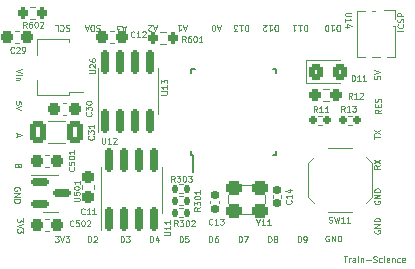
<source format=gbr>
%TF.GenerationSoftware,KiCad,Pcbnew,(6.0.4)*%
%TF.CreationDate,2023-01-22T23:07:16+01:00*%
%TF.ProjectId,panelController,70616e65-6c43-46f6-9e74-726f6c6c6572,rev?*%
%TF.SameCoordinates,Original*%
%TF.FileFunction,Legend,Top*%
%TF.FilePolarity,Positive*%
%FSLAX46Y46*%
G04 Gerber Fmt 4.6, Leading zero omitted, Abs format (unit mm)*
G04 Created by KiCad (PCBNEW (6.0.4)) date 2023-01-22 23:07:16*
%MOMM*%
%LPD*%
G01*
G04 APERTURE LIST*
G04 Aperture macros list*
%AMRoundRect*
0 Rectangle with rounded corners*
0 $1 Rounding radius*
0 $2 $3 $4 $5 $6 $7 $8 $9 X,Y pos of 4 corners*
0 Add a 4 corners polygon primitive as box body*
4,1,4,$2,$3,$4,$5,$6,$7,$8,$9,$2,$3,0*
0 Add four circle primitives for the rounded corners*
1,1,$1+$1,$2,$3*
1,1,$1+$1,$4,$5*
1,1,$1+$1,$6,$7*
1,1,$1+$1,$8,$9*
0 Add four rect primitives between the rounded corners*
20,1,$1+$1,$2,$3,$4,$5,0*
20,1,$1+$1,$4,$5,$6,$7,0*
20,1,$1+$1,$6,$7,$8,$9,0*
20,1,$1+$1,$8,$9,$2,$3,0*%
%AMFreePoly0*
4,1,9,3.862500,-0.866500,0.737500,-0.866500,0.737500,-0.450000,-0.737500,-0.450000,-0.737500,0.450000,0.737500,0.450000,0.737500,0.866500,3.862500,0.866500,3.862500,-0.866500,3.862500,-0.866500,$1*%
G04 Aperture macros list end*
%ADD10C,0.075000*%
%ADD11C,0.120000*%
%ADD12C,0.150000*%
%ADD13RoundRect,0.237500X-0.300000X-0.237500X0.300000X-0.237500X0.300000X0.237500X-0.300000X0.237500X0*%
%ADD14RoundRect,0.135000X0.135000X0.185000X-0.135000X0.185000X-0.135000X-0.185000X0.135000X-0.185000X0*%
%ADD15C,1.000000*%
%ADD16R,1.300000X2.000000*%
%ADD17RoundRect,0.155000X-0.155000X0.212500X-0.155000X-0.212500X0.155000X-0.212500X0.155000X0.212500X0*%
%ADD18RoundRect,0.237500X-0.250000X-0.237500X0.250000X-0.237500X0.250000X0.237500X-0.250000X0.237500X0*%
%ADD19RoundRect,0.237500X-0.237500X0.300000X-0.237500X-0.300000X0.237500X-0.300000X0.237500X0.300000X0*%
%ADD20R,0.550000X1.600000*%
%ADD21R,1.600000X0.550000*%
%ADD22R,1.300000X0.900000*%
%ADD23FreePoly0,180.000000*%
%ADD24RoundRect,0.150000X0.150000X-0.825000X0.150000X0.825000X-0.150000X0.825000X-0.150000X-0.825000X0*%
%ADD25RoundRect,0.250000X0.412500X0.650000X-0.412500X0.650000X-0.412500X-0.650000X0.412500X-0.650000X0*%
%ADD26R,1.000000X1.000000*%
%ADD27O,1.000000X1.000000*%
%ADD28RoundRect,0.237500X0.300000X0.237500X-0.300000X0.237500X-0.300000X-0.237500X0.300000X-0.237500X0*%
%ADD29RoundRect,0.155000X0.155000X-0.212500X0.155000X0.212500X-0.155000X0.212500X-0.155000X-0.212500X0*%
%ADD30RoundRect,0.200000X0.200000X0.275000X-0.200000X0.275000X-0.200000X-0.275000X0.200000X-0.275000X0*%
%ADD31RoundRect,0.160000X-0.197500X-0.160000X0.197500X-0.160000X0.197500X0.160000X-0.197500X0.160000X0*%
%ADD32RoundRect,0.160000X0.197500X0.160000X-0.197500X0.160000X-0.197500X-0.160000X0.197500X-0.160000X0*%
%ADD33R,2.000000X1.300000*%
%ADD34RoundRect,0.200000X-0.200000X-0.275000X0.200000X-0.275000X0.200000X0.275000X-0.200000X0.275000X0*%
%ADD35R,1.100000X1.800000*%
%ADD36RoundRect,0.250000X-0.325000X-0.450000X0.325000X-0.450000X0.325000X0.450000X-0.325000X0.450000X0*%
%ADD37RoundRect,0.300000X-0.400000X-0.300000X0.400000X-0.300000X0.400000X0.300000X-0.400000X0.300000X0*%
%ADD38RoundRect,0.150000X-0.587500X-0.150000X0.587500X-0.150000X0.587500X0.150000X-0.587500X0.150000X0*%
G04 APERTURE END LIST*
D10*
X155957152Y-109268390D02*
X155957152Y-108768390D01*
X156076200Y-108768390D01*
X156147628Y-108792200D01*
X156195247Y-108839819D01*
X156219057Y-108887438D01*
X156242866Y-108982676D01*
X156242866Y-109054104D01*
X156219057Y-109149342D01*
X156195247Y-109196961D01*
X156147628Y-109244580D01*
X156076200Y-109268390D01*
X155957152Y-109268390D01*
X156695247Y-108768390D02*
X156457152Y-108768390D01*
X156433342Y-109006485D01*
X156457152Y-108982676D01*
X156504771Y-108958866D01*
X156623819Y-108958866D01*
X156671438Y-108982676D01*
X156695247Y-109006485D01*
X156719057Y-109054104D01*
X156719057Y-109173152D01*
X156695247Y-109220771D01*
X156671438Y-109244580D01*
X156623819Y-109268390D01*
X156504771Y-109268390D01*
X156457152Y-109244580D01*
X156433342Y-109220771D01*
X142590009Y-94611095D02*
X142090009Y-94777761D01*
X142590009Y-94944428D01*
X142090009Y-95111095D02*
X142423342Y-95111095D01*
X142590009Y-95111095D02*
X142566200Y-95087285D01*
X142542390Y-95111095D01*
X142566200Y-95134904D01*
X142590009Y-95111095D01*
X142542390Y-95111095D01*
X142423342Y-95349190D02*
X142090009Y-95349190D01*
X142375723Y-95349190D02*
X142399533Y-95373000D01*
X142423342Y-95420619D01*
X142423342Y-95492047D01*
X142399533Y-95539666D01*
X142351914Y-95563476D01*
X142090009Y-95563476D01*
X164267142Y-90896809D02*
X164267142Y-91396809D01*
X164148095Y-91396809D01*
X164076666Y-91373000D01*
X164029047Y-91325380D01*
X164005238Y-91277761D01*
X163981428Y-91182523D01*
X163981428Y-91111095D01*
X164005238Y-91015857D01*
X164029047Y-90968238D01*
X164076666Y-90920619D01*
X164148095Y-90896809D01*
X164267142Y-90896809D01*
X163505238Y-90896809D02*
X163790952Y-90896809D01*
X163648095Y-90896809D02*
X163648095Y-91396809D01*
X163695714Y-91325380D01*
X163743333Y-91277761D01*
X163790952Y-91253952D01*
X163314761Y-91349190D02*
X163290952Y-91373000D01*
X163243333Y-91396809D01*
X163124285Y-91396809D01*
X163076666Y-91373000D01*
X163052857Y-91349190D01*
X163029047Y-91301571D01*
X163029047Y-91253952D01*
X163052857Y-91182523D01*
X163338571Y-90896809D01*
X163029047Y-90896809D01*
X172444590Y-100528552D02*
X172444590Y-100242838D01*
X172944590Y-100385695D02*
X172444590Y-100385695D01*
X172444590Y-100123790D02*
X172944590Y-99790457D01*
X172444590Y-99790457D02*
X172944590Y-100123790D01*
X169517142Y-90896809D02*
X169517142Y-91396809D01*
X169398095Y-91396809D01*
X169326666Y-91373000D01*
X169279047Y-91325380D01*
X169255238Y-91277761D01*
X169231428Y-91182523D01*
X169231428Y-91111095D01*
X169255238Y-91015857D01*
X169279047Y-90968238D01*
X169326666Y-90920619D01*
X169398095Y-90896809D01*
X169517142Y-90896809D01*
X168755238Y-90896809D02*
X169040952Y-90896809D01*
X168898095Y-90896809D02*
X168898095Y-91396809D01*
X168945714Y-91325380D01*
X168993333Y-91277761D01*
X169040952Y-91253952D01*
X168445714Y-91396809D02*
X168398095Y-91396809D01*
X168350476Y-91373000D01*
X168326666Y-91349190D01*
X168302857Y-91301571D01*
X168279047Y-91206333D01*
X168279047Y-91087285D01*
X168302857Y-90992047D01*
X168326666Y-90944428D01*
X168350476Y-90920619D01*
X168398095Y-90896809D01*
X168445714Y-90896809D01*
X168493333Y-90920619D01*
X168517142Y-90944428D01*
X168540952Y-90992047D01*
X168564761Y-91087285D01*
X168564761Y-91206333D01*
X168540952Y-91301571D01*
X168517142Y-91349190D01*
X168493333Y-91373000D01*
X168445714Y-91396809D01*
X156519376Y-91047869D02*
X156281281Y-91047869D01*
X156566995Y-90905012D02*
X156400329Y-91405012D01*
X156233662Y-90905012D01*
X155805091Y-90905012D02*
X156090805Y-90905012D01*
X155947948Y-90905012D02*
X155947948Y-91405012D01*
X155995567Y-91333583D01*
X156043186Y-91285964D01*
X156090805Y-91262155D01*
X149177542Y-90920619D02*
X149106114Y-90896809D01*
X148987066Y-90896809D01*
X148939447Y-90920619D01*
X148915638Y-90944428D01*
X148891828Y-90992047D01*
X148891828Y-91039666D01*
X148915638Y-91087285D01*
X148939447Y-91111095D01*
X148987066Y-91134904D01*
X149082304Y-91158714D01*
X149129923Y-91182523D01*
X149153733Y-91206333D01*
X149177542Y-91253952D01*
X149177542Y-91301571D01*
X149153733Y-91349190D01*
X149129923Y-91373000D01*
X149082304Y-91396809D01*
X148963257Y-91396809D01*
X148891828Y-91373000D01*
X148677542Y-90896809D02*
X148677542Y-91396809D01*
X148558495Y-91396809D01*
X148487066Y-91373000D01*
X148439447Y-91325380D01*
X148415638Y-91277761D01*
X148391828Y-91182523D01*
X148391828Y-91111095D01*
X148415638Y-91015857D01*
X148439447Y-90968238D01*
X148487066Y-90920619D01*
X148558495Y-90896809D01*
X148677542Y-90896809D01*
X148201352Y-91039666D02*
X147963257Y-91039666D01*
X148248971Y-90896809D02*
X148082304Y-91396809D01*
X147915638Y-90896809D01*
X172446190Y-95192838D02*
X172446190Y-95430933D01*
X172684285Y-95454742D01*
X172660476Y-95430933D01*
X172636666Y-95383314D01*
X172636666Y-95264266D01*
X172660476Y-95216647D01*
X172684285Y-95192838D01*
X172731904Y-95169028D01*
X172850952Y-95169028D01*
X172898571Y-95192838D01*
X172922380Y-95216647D01*
X172946190Y-95264266D01*
X172946190Y-95383314D01*
X172922380Y-95430933D01*
X172898571Y-95454742D01*
X172446190Y-95026171D02*
X172946190Y-94859504D01*
X172446190Y-94692838D01*
X160954918Y-109260187D02*
X160954918Y-108760187D01*
X161073966Y-108760187D01*
X161145394Y-108783997D01*
X161193013Y-108831616D01*
X161216823Y-108879235D01*
X161240632Y-108974473D01*
X161240632Y-109045901D01*
X161216823Y-109141139D01*
X161193013Y-109188758D01*
X161145394Y-109236377D01*
X161073966Y-109260187D01*
X160954918Y-109260187D01*
X161407299Y-108760187D02*
X161740632Y-108760187D01*
X161526346Y-109260187D01*
X172994590Y-98057123D02*
X172756495Y-98223790D01*
X172994590Y-98342838D02*
X172494590Y-98342838D01*
X172494590Y-98152361D01*
X172518400Y-98104742D01*
X172542209Y-98080933D01*
X172589828Y-98057123D01*
X172661257Y-98057123D01*
X172708876Y-98080933D01*
X172732685Y-98104742D01*
X172756495Y-98152361D01*
X172756495Y-98342838D01*
X172732685Y-97842838D02*
X172732685Y-97676171D01*
X172994590Y-97604742D02*
X172994590Y-97842838D01*
X172494590Y-97842838D01*
X172494590Y-97604742D01*
X172970780Y-97414266D02*
X172994590Y-97342838D01*
X172994590Y-97223790D01*
X172970780Y-97176171D01*
X172946971Y-97152361D01*
X172899352Y-97128552D01*
X172851733Y-97128552D01*
X172804114Y-97152361D01*
X172780304Y-97176171D01*
X172756495Y-97223790D01*
X172732685Y-97319028D01*
X172708876Y-97366647D01*
X172685066Y-97390457D01*
X172637447Y-97414266D01*
X172589828Y-97414266D01*
X172542209Y-97390457D01*
X172518400Y-97366647D01*
X172494590Y-97319028D01*
X172494590Y-97199980D01*
X172518400Y-97128552D01*
X159395742Y-91039666D02*
X159157647Y-91039666D01*
X159443361Y-90896809D02*
X159276695Y-91396809D01*
X159110028Y-90896809D01*
X158848123Y-91396809D02*
X158800504Y-91396809D01*
X158752885Y-91373000D01*
X158729076Y-91349190D01*
X158705266Y-91301571D01*
X158681457Y-91206333D01*
X158681457Y-91087285D01*
X158705266Y-90992047D01*
X158729076Y-90944428D01*
X158752885Y-90920619D01*
X158800504Y-90896809D01*
X158848123Y-90896809D01*
X158895742Y-90920619D01*
X158919552Y-90944428D01*
X158943361Y-90992047D01*
X158967171Y-91087285D01*
X158967171Y-91206333D01*
X158943361Y-91301571D01*
X158919552Y-91349190D01*
X158895742Y-91373000D01*
X158848123Y-91396809D01*
X148207152Y-109268390D02*
X148207152Y-108768390D01*
X148326200Y-108768390D01*
X148397628Y-108792200D01*
X148445247Y-108839819D01*
X148469057Y-108887438D01*
X148492866Y-108982676D01*
X148492866Y-109054104D01*
X148469057Y-109149342D01*
X148445247Y-109196961D01*
X148397628Y-109244580D01*
X148326200Y-109268390D01*
X148207152Y-109268390D01*
X148683342Y-108816009D02*
X148707152Y-108792200D01*
X148754771Y-108768390D01*
X148873819Y-108768390D01*
X148921438Y-108792200D01*
X148945247Y-108816009D01*
X148969057Y-108863628D01*
X148969057Y-108911247D01*
X148945247Y-108982676D01*
X148659533Y-109268390D01*
X148969057Y-109268390D01*
X153457152Y-109268390D02*
X153457152Y-108768390D01*
X153576200Y-108768390D01*
X153647628Y-108792200D01*
X153695247Y-108839819D01*
X153719057Y-108887438D01*
X153742866Y-108982676D01*
X153742866Y-109054104D01*
X153719057Y-109149342D01*
X153695247Y-109196961D01*
X153647628Y-109244580D01*
X153576200Y-109268390D01*
X153457152Y-109268390D01*
X154171438Y-108935057D02*
X154171438Y-109268390D01*
X154052390Y-108744580D02*
X153933342Y-109101723D01*
X154242866Y-109101723D01*
X142564609Y-97618561D02*
X142564609Y-97380466D01*
X142326514Y-97356657D01*
X142350323Y-97380466D01*
X142374133Y-97428085D01*
X142374133Y-97547133D01*
X142350323Y-97594752D01*
X142326514Y-97618561D01*
X142278895Y-97642371D01*
X142159847Y-97642371D01*
X142112228Y-97618561D01*
X142088419Y-97594752D01*
X142064609Y-97547133D01*
X142064609Y-97428085D01*
X142088419Y-97380466D01*
X142112228Y-97356657D01*
X142564609Y-97785228D02*
X142064609Y-97951895D01*
X142564609Y-98118561D01*
X145405552Y-108768390D02*
X145715076Y-108768390D01*
X145548409Y-108958866D01*
X145619838Y-108958866D01*
X145667457Y-108982676D01*
X145691266Y-109006485D01*
X145715076Y-109054104D01*
X145715076Y-109173152D01*
X145691266Y-109220771D01*
X145667457Y-109244580D01*
X145619838Y-109268390D01*
X145476980Y-109268390D01*
X145429361Y-109244580D01*
X145405552Y-109220771D01*
X145857933Y-108768390D02*
X146024600Y-109268390D01*
X146191266Y-108768390D01*
X146310314Y-108768390D02*
X146619838Y-108768390D01*
X146453171Y-108958866D01*
X146524600Y-108958866D01*
X146572219Y-108982676D01*
X146596028Y-109006485D01*
X146619838Y-109054104D01*
X146619838Y-109173152D01*
X146596028Y-109220771D01*
X146572219Y-109244580D01*
X146524600Y-109268390D01*
X146381742Y-109268390D01*
X146334123Y-109244580D01*
X146310314Y-109220771D01*
X169846952Y-110470190D02*
X170132666Y-110470190D01*
X169989809Y-110970190D02*
X169989809Y-110470190D01*
X170299333Y-110970190D02*
X170299333Y-110636857D01*
X170299333Y-110732095D02*
X170323142Y-110684476D01*
X170346952Y-110660666D01*
X170394571Y-110636857D01*
X170442190Y-110636857D01*
X170823142Y-110970190D02*
X170823142Y-110708285D01*
X170799333Y-110660666D01*
X170751714Y-110636857D01*
X170656476Y-110636857D01*
X170608857Y-110660666D01*
X170823142Y-110946380D02*
X170775523Y-110970190D01*
X170656476Y-110970190D01*
X170608857Y-110946380D01*
X170585047Y-110898761D01*
X170585047Y-110851142D01*
X170608857Y-110803523D01*
X170656476Y-110779714D01*
X170775523Y-110779714D01*
X170823142Y-110755904D01*
X171061238Y-110970190D02*
X171061238Y-110636857D01*
X171061238Y-110470190D02*
X171037428Y-110494000D01*
X171061238Y-110517809D01*
X171085047Y-110494000D01*
X171061238Y-110470190D01*
X171061238Y-110517809D01*
X171299333Y-110636857D02*
X171299333Y-110970190D01*
X171299333Y-110684476D02*
X171323142Y-110660666D01*
X171370761Y-110636857D01*
X171442190Y-110636857D01*
X171489809Y-110660666D01*
X171513619Y-110708285D01*
X171513619Y-110970190D01*
X171751714Y-110779714D02*
X172132666Y-110779714D01*
X172346952Y-110946380D02*
X172418380Y-110970190D01*
X172537428Y-110970190D01*
X172585047Y-110946380D01*
X172608857Y-110922571D01*
X172632666Y-110874952D01*
X172632666Y-110827333D01*
X172608857Y-110779714D01*
X172585047Y-110755904D01*
X172537428Y-110732095D01*
X172442190Y-110708285D01*
X172394571Y-110684476D01*
X172370761Y-110660666D01*
X172346952Y-110613047D01*
X172346952Y-110565428D01*
X172370761Y-110517809D01*
X172394571Y-110494000D01*
X172442190Y-110470190D01*
X172561238Y-110470190D01*
X172632666Y-110494000D01*
X173061238Y-110946380D02*
X173013619Y-110970190D01*
X172918380Y-110970190D01*
X172870761Y-110946380D01*
X172846952Y-110922571D01*
X172823142Y-110874952D01*
X172823142Y-110732095D01*
X172846952Y-110684476D01*
X172870761Y-110660666D01*
X172918380Y-110636857D01*
X173013619Y-110636857D01*
X173061238Y-110660666D01*
X173275523Y-110970190D02*
X173275523Y-110636857D01*
X173275523Y-110470190D02*
X173251714Y-110494000D01*
X173275523Y-110517809D01*
X173299333Y-110494000D01*
X173275523Y-110470190D01*
X173275523Y-110517809D01*
X173704095Y-110946380D02*
X173656476Y-110970190D01*
X173561238Y-110970190D01*
X173513619Y-110946380D01*
X173489809Y-110898761D01*
X173489809Y-110708285D01*
X173513619Y-110660666D01*
X173561238Y-110636857D01*
X173656476Y-110636857D01*
X173704095Y-110660666D01*
X173727904Y-110708285D01*
X173727904Y-110755904D01*
X173489809Y-110803523D01*
X173942190Y-110636857D02*
X173942190Y-110970190D01*
X173942190Y-110684476D02*
X173966000Y-110660666D01*
X174013619Y-110636857D01*
X174085047Y-110636857D01*
X174132666Y-110660666D01*
X174156476Y-110708285D01*
X174156476Y-110970190D01*
X174608857Y-110946380D02*
X174561238Y-110970190D01*
X174466000Y-110970190D01*
X174418380Y-110946380D01*
X174394571Y-110922571D01*
X174370761Y-110874952D01*
X174370761Y-110732095D01*
X174394571Y-110684476D01*
X174418380Y-110660666D01*
X174466000Y-110636857D01*
X174561238Y-110636857D01*
X174608857Y-110660666D01*
X175013619Y-110946380D02*
X174966000Y-110970190D01*
X174870761Y-110970190D01*
X174823142Y-110946380D01*
X174799333Y-110898761D01*
X174799333Y-110708285D01*
X174823142Y-110660666D01*
X174870761Y-110636857D01*
X174966000Y-110636857D01*
X175013619Y-110660666D01*
X175037428Y-110708285D01*
X175037428Y-110755904D01*
X174799333Y-110803523D01*
X166767142Y-90896809D02*
X166767142Y-91396809D01*
X166648095Y-91396809D01*
X166576666Y-91373000D01*
X166529047Y-91325380D01*
X166505238Y-91277761D01*
X166481428Y-91182523D01*
X166481428Y-91111095D01*
X166505238Y-91015857D01*
X166529047Y-90968238D01*
X166576666Y-90920619D01*
X166648095Y-90896809D01*
X166767142Y-90896809D01*
X166005238Y-90896809D02*
X166290952Y-90896809D01*
X166148095Y-90896809D02*
X166148095Y-91396809D01*
X166195714Y-91325380D01*
X166243333Y-91277761D01*
X166290952Y-91253952D01*
X165529047Y-90896809D02*
X165814761Y-90896809D01*
X165671904Y-90896809D02*
X165671904Y-91396809D01*
X165719523Y-91325380D01*
X165767142Y-91277761D01*
X165814761Y-91253952D01*
X174901990Y-91365295D02*
X174401990Y-91365295D01*
X174854371Y-90841485D02*
X174878180Y-90865295D01*
X174901990Y-90936723D01*
X174901990Y-90984342D01*
X174878180Y-91055771D01*
X174830561Y-91103390D01*
X174782942Y-91127200D01*
X174687704Y-91151009D01*
X174616276Y-91151009D01*
X174521038Y-91127200D01*
X174473419Y-91103390D01*
X174425800Y-91055771D01*
X174401990Y-90984342D01*
X174401990Y-90936723D01*
X174425800Y-90865295D01*
X174449609Y-90841485D01*
X174878180Y-90651009D02*
X174901990Y-90579580D01*
X174901990Y-90460533D01*
X174878180Y-90412914D01*
X174854371Y-90389104D01*
X174806752Y-90365295D01*
X174759133Y-90365295D01*
X174711514Y-90389104D01*
X174687704Y-90412914D01*
X174663895Y-90460533D01*
X174640085Y-90555771D01*
X174616276Y-90603390D01*
X174592466Y-90627200D01*
X174544847Y-90651009D01*
X174497228Y-90651009D01*
X174449609Y-90627200D01*
X174425800Y-90603390D01*
X174401990Y-90555771D01*
X174401990Y-90436723D01*
X174425800Y-90365295D01*
X174901990Y-90151009D02*
X174401990Y-90151009D01*
X174401990Y-89960533D01*
X174425800Y-89912914D01*
X174449609Y-89889104D01*
X174497228Y-89865295D01*
X174568657Y-89865295D01*
X174616276Y-89889104D01*
X174640085Y-89912914D01*
X174663895Y-89960533D01*
X174663895Y-90151009D01*
X163457152Y-109268390D02*
X163457152Y-108768390D01*
X163576200Y-108768390D01*
X163647628Y-108792200D01*
X163695247Y-108839819D01*
X163719057Y-108887438D01*
X163742866Y-108982676D01*
X163742866Y-109054104D01*
X163719057Y-109149342D01*
X163695247Y-109196961D01*
X163647628Y-109244580D01*
X163576200Y-109268390D01*
X163457152Y-109268390D01*
X164028580Y-108982676D02*
X163980961Y-108958866D01*
X163957152Y-108935057D01*
X163933342Y-108887438D01*
X163933342Y-108863628D01*
X163957152Y-108816009D01*
X163980961Y-108792200D01*
X164028580Y-108768390D01*
X164123819Y-108768390D01*
X164171438Y-108792200D01*
X164195247Y-108816009D01*
X164219057Y-108863628D01*
X164219057Y-108887438D01*
X164195247Y-108935057D01*
X164171438Y-108958866D01*
X164123819Y-108982676D01*
X164028580Y-108982676D01*
X163980961Y-109006485D01*
X163957152Y-109030295D01*
X163933342Y-109077914D01*
X163933342Y-109173152D01*
X163957152Y-109220771D01*
X163980961Y-109244580D01*
X164028580Y-109268390D01*
X164123819Y-109268390D01*
X164171438Y-109244580D01*
X164195247Y-109220771D01*
X164219057Y-109173152D01*
X164219057Y-109077914D01*
X164195247Y-109030295D01*
X164171438Y-109006485D01*
X164123819Y-108982676D01*
X161767142Y-90896809D02*
X161767142Y-91396809D01*
X161648095Y-91396809D01*
X161576666Y-91373000D01*
X161529047Y-91325380D01*
X161505238Y-91277761D01*
X161481428Y-91182523D01*
X161481428Y-91111095D01*
X161505238Y-91015857D01*
X161529047Y-90968238D01*
X161576666Y-90920619D01*
X161648095Y-90896809D01*
X161767142Y-90896809D01*
X161005238Y-90896809D02*
X161290952Y-90896809D01*
X161148095Y-90896809D02*
X161148095Y-91396809D01*
X161195714Y-91325380D01*
X161243333Y-91277761D01*
X161290952Y-91253952D01*
X160838571Y-91396809D02*
X160529047Y-91396809D01*
X160695714Y-91206333D01*
X160624285Y-91206333D01*
X160576666Y-91182523D01*
X160552857Y-91158714D01*
X160529047Y-91111095D01*
X160529047Y-90992047D01*
X160552857Y-90944428D01*
X160576666Y-90920619D01*
X160624285Y-90896809D01*
X160767142Y-90896809D01*
X160814761Y-90920619D01*
X160838571Y-90944428D01*
X158457152Y-109268390D02*
X158457152Y-108768390D01*
X158576200Y-108768390D01*
X158647628Y-108792200D01*
X158695247Y-108839819D01*
X158719057Y-108887438D01*
X158742866Y-108982676D01*
X158742866Y-109054104D01*
X158719057Y-109149342D01*
X158695247Y-109196961D01*
X158647628Y-109244580D01*
X158576200Y-109268390D01*
X158457152Y-109268390D01*
X159171438Y-108768390D02*
X159076200Y-108768390D01*
X159028580Y-108792200D01*
X159004771Y-108816009D01*
X158957152Y-108887438D01*
X158933342Y-108982676D01*
X158933342Y-109173152D01*
X158957152Y-109220771D01*
X158980961Y-109244580D01*
X159028580Y-109268390D01*
X159123819Y-109268390D01*
X159171438Y-109244580D01*
X159195247Y-109220771D01*
X159219057Y-109173152D01*
X159219057Y-109054104D01*
X159195247Y-109006485D01*
X159171438Y-108982676D01*
X159123819Y-108958866D01*
X159028580Y-108958866D01*
X158980961Y-108982676D01*
X158957152Y-109006485D01*
X158933342Y-109054104D01*
X172894590Y-102780933D02*
X172656495Y-102947600D01*
X172894590Y-103066647D02*
X172394590Y-103066647D01*
X172394590Y-102876171D01*
X172418400Y-102828552D01*
X172442209Y-102804742D01*
X172489828Y-102780933D01*
X172561257Y-102780933D01*
X172608876Y-102804742D01*
X172632685Y-102828552D01*
X172656495Y-102876171D01*
X172656495Y-103066647D01*
X172394590Y-102614266D02*
X172894590Y-102280933D01*
X172394590Y-102280933D02*
X172894590Y-102614266D01*
X165957152Y-109268390D02*
X165957152Y-108768390D01*
X166076200Y-108768390D01*
X166147628Y-108792200D01*
X166195247Y-108839819D01*
X166219057Y-108887438D01*
X166242866Y-108982676D01*
X166242866Y-109054104D01*
X166219057Y-109149342D01*
X166195247Y-109196961D01*
X166147628Y-109244580D01*
X166076200Y-109268390D01*
X165957152Y-109268390D01*
X166480961Y-109268390D02*
X166576200Y-109268390D01*
X166623819Y-109244580D01*
X166647628Y-109220771D01*
X166695247Y-109149342D01*
X166719057Y-109054104D01*
X166719057Y-108863628D01*
X166695247Y-108816009D01*
X166671438Y-108792200D01*
X166623819Y-108768390D01*
X166528580Y-108768390D01*
X166480961Y-108792200D01*
X166457152Y-108816009D01*
X166433342Y-108863628D01*
X166433342Y-108982676D01*
X166457152Y-109030295D01*
X166480961Y-109054104D01*
X166528580Y-109077914D01*
X166623819Y-109077914D01*
X166671438Y-109054104D01*
X166695247Y-109030295D01*
X166719057Y-108982676D01*
X172470000Y-108280152D02*
X172446190Y-108327771D01*
X172446190Y-108399200D01*
X172470000Y-108470628D01*
X172517619Y-108518247D01*
X172565238Y-108542057D01*
X172660476Y-108565866D01*
X172731904Y-108565866D01*
X172827142Y-108542057D01*
X172874761Y-108518247D01*
X172922380Y-108470628D01*
X172946190Y-108399200D01*
X172946190Y-108351580D01*
X172922380Y-108280152D01*
X172898571Y-108256342D01*
X172731904Y-108256342D01*
X172731904Y-108351580D01*
X172946190Y-108042057D02*
X172446190Y-108042057D01*
X172946190Y-107756342D01*
X172446190Y-107756342D01*
X172946190Y-107518247D02*
X172446190Y-107518247D01*
X172446190Y-107399200D01*
X172470000Y-107327771D01*
X172517619Y-107280152D01*
X172565238Y-107256342D01*
X172660476Y-107232533D01*
X172731904Y-107232533D01*
X172827142Y-107256342D01*
X172874761Y-107280152D01*
X172922380Y-107327771D01*
X172946190Y-107399200D01*
X172946190Y-107518247D01*
X142690009Y-107259352D02*
X142690009Y-107568876D01*
X142499533Y-107402209D01*
X142499533Y-107473638D01*
X142475723Y-107521257D01*
X142451914Y-107545066D01*
X142404295Y-107568876D01*
X142285247Y-107568876D01*
X142237628Y-107545066D01*
X142213819Y-107521257D01*
X142190009Y-107473638D01*
X142190009Y-107330780D01*
X142213819Y-107283161D01*
X142237628Y-107259352D01*
X142690009Y-107711733D02*
X142190009Y-107878400D01*
X142690009Y-108045066D01*
X142690009Y-108164114D02*
X142690009Y-108473638D01*
X142499533Y-108306971D01*
X142499533Y-108378400D01*
X142475723Y-108426019D01*
X142451914Y-108449828D01*
X142404295Y-108473638D01*
X142285247Y-108473638D01*
X142237628Y-108449828D01*
X142213819Y-108426019D01*
X142190009Y-108378400D01*
X142190009Y-108235542D01*
X142213819Y-108187923D01*
X142237628Y-108164114D01*
X146625638Y-90907419D02*
X146554209Y-90883609D01*
X146435161Y-90883609D01*
X146387542Y-90907419D01*
X146363733Y-90931228D01*
X146339923Y-90978847D01*
X146339923Y-91026466D01*
X146363733Y-91074085D01*
X146387542Y-91097895D01*
X146435161Y-91121704D01*
X146530400Y-91145514D01*
X146578019Y-91169323D01*
X146601828Y-91193133D01*
X146625638Y-91240752D01*
X146625638Y-91288371D01*
X146601828Y-91335990D01*
X146578019Y-91359800D01*
X146530400Y-91383609D01*
X146411352Y-91383609D01*
X146339923Y-91359800D01*
X145839923Y-90931228D02*
X145863733Y-90907419D01*
X145935161Y-90883609D01*
X145982780Y-90883609D01*
X146054209Y-90907419D01*
X146101828Y-90955038D01*
X146125638Y-91002657D01*
X146149447Y-91097895D01*
X146149447Y-91169323D01*
X146125638Y-91264561D01*
X146101828Y-91312180D01*
X146054209Y-91359800D01*
X145982780Y-91383609D01*
X145935161Y-91383609D01*
X145863733Y-91359800D01*
X145839923Y-91335990D01*
X145387542Y-90883609D02*
X145625638Y-90883609D01*
X145625638Y-91383609D01*
X154017142Y-91039666D02*
X153779047Y-91039666D01*
X154064761Y-90896809D02*
X153898095Y-91396809D01*
X153731428Y-90896809D01*
X153588571Y-91349190D02*
X153564761Y-91373000D01*
X153517142Y-91396809D01*
X153398095Y-91396809D01*
X153350476Y-91373000D01*
X153326666Y-91349190D01*
X153302857Y-91301571D01*
X153302857Y-91253952D01*
X153326666Y-91182523D01*
X153612380Y-90896809D01*
X153302857Y-90896809D01*
X172468400Y-105778552D02*
X172444590Y-105826171D01*
X172444590Y-105897600D01*
X172468400Y-105969028D01*
X172516019Y-106016647D01*
X172563638Y-106040457D01*
X172658876Y-106064266D01*
X172730304Y-106064266D01*
X172825542Y-106040457D01*
X172873161Y-106016647D01*
X172920780Y-105969028D01*
X172944590Y-105897600D01*
X172944590Y-105849980D01*
X172920780Y-105778552D01*
X172896971Y-105754742D01*
X172730304Y-105754742D01*
X172730304Y-105849980D01*
X172944590Y-105540457D02*
X172444590Y-105540457D01*
X172944590Y-105254742D01*
X172444590Y-105254742D01*
X172944590Y-105016647D02*
X172444590Y-105016647D01*
X172444590Y-104897600D01*
X172468400Y-104826171D01*
X172516019Y-104778552D01*
X172563638Y-104754742D01*
X172658876Y-104730933D01*
X172730304Y-104730933D01*
X172825542Y-104754742D01*
X172873161Y-104778552D01*
X172920780Y-104826171D01*
X172944590Y-104897600D01*
X172944590Y-105016647D01*
X142416200Y-104897447D02*
X142440009Y-104849828D01*
X142440009Y-104778400D01*
X142416200Y-104706971D01*
X142368580Y-104659352D01*
X142320961Y-104635542D01*
X142225723Y-104611733D01*
X142154295Y-104611733D01*
X142059057Y-104635542D01*
X142011438Y-104659352D01*
X141963819Y-104706971D01*
X141940009Y-104778400D01*
X141940009Y-104826019D01*
X141963819Y-104897447D01*
X141987628Y-104921257D01*
X142154295Y-104921257D01*
X142154295Y-104826019D01*
X141940009Y-105135542D02*
X142440009Y-105135542D01*
X141940009Y-105421257D01*
X142440009Y-105421257D01*
X141940009Y-105659352D02*
X142440009Y-105659352D01*
X142440009Y-105778400D01*
X142416200Y-105849828D01*
X142368580Y-105897447D01*
X142320961Y-105921257D01*
X142225723Y-105945066D01*
X142154295Y-105945066D01*
X142059057Y-105921257D01*
X142011438Y-105897447D01*
X141963819Y-105849828D01*
X141940009Y-105778400D01*
X141940009Y-105659352D01*
X142301914Y-102814114D02*
X142278104Y-102885542D01*
X142254295Y-102909352D01*
X142206676Y-102933161D01*
X142135247Y-102933161D01*
X142087628Y-102909352D01*
X142063819Y-102885542D01*
X142040009Y-102837923D01*
X142040009Y-102647447D01*
X142540009Y-102647447D01*
X142540009Y-102814114D01*
X142516200Y-102861733D01*
X142492390Y-102885542D01*
X142444771Y-102909352D01*
X142397152Y-102909352D01*
X142349533Y-102885542D01*
X142325723Y-102861733D01*
X142301914Y-102814114D01*
X142301914Y-102647447D01*
X150957152Y-109268390D02*
X150957152Y-108768390D01*
X151076200Y-108768390D01*
X151147628Y-108792200D01*
X151195247Y-108839819D01*
X151219057Y-108887438D01*
X151242866Y-108982676D01*
X151242866Y-109054104D01*
X151219057Y-109149342D01*
X151195247Y-109196961D01*
X151147628Y-109244580D01*
X151076200Y-109268390D01*
X150957152Y-109268390D01*
X151409533Y-108768390D02*
X151719057Y-108768390D01*
X151552390Y-108958866D01*
X151623819Y-108958866D01*
X151671438Y-108982676D01*
X151695247Y-109006485D01*
X151719057Y-109054104D01*
X151719057Y-109173152D01*
X151695247Y-109220771D01*
X151671438Y-109244580D01*
X151623819Y-109268390D01*
X151480961Y-109268390D01*
X151433342Y-109244580D01*
X151409533Y-109220771D01*
X142232866Y-100109352D02*
X142232866Y-100347447D01*
X142090009Y-100061733D02*
X142590009Y-100228400D01*
X142090009Y-100395066D01*
X151360142Y-91102666D02*
X151122047Y-91102666D01*
X151407761Y-90959809D02*
X151241095Y-91459809D01*
X151074428Y-90959809D01*
X150955380Y-91459809D02*
X150645857Y-91459809D01*
X150812523Y-91269333D01*
X150741095Y-91269333D01*
X150693476Y-91245523D01*
X150669666Y-91221714D01*
X150645857Y-91174095D01*
X150645857Y-91055047D01*
X150669666Y-91007428D01*
X150693476Y-90983619D01*
X150741095Y-90959809D01*
X150883952Y-90959809D01*
X150931571Y-90983619D01*
X150955380Y-91007428D01*
X168595247Y-108742200D02*
X168547628Y-108718390D01*
X168476200Y-108718390D01*
X168404771Y-108742200D01*
X168357152Y-108789819D01*
X168333342Y-108837438D01*
X168309533Y-108932676D01*
X168309533Y-109004104D01*
X168333342Y-109099342D01*
X168357152Y-109146961D01*
X168404771Y-109194580D01*
X168476200Y-109218390D01*
X168523819Y-109218390D01*
X168595247Y-109194580D01*
X168619057Y-109170771D01*
X168619057Y-109004104D01*
X168523819Y-109004104D01*
X168833342Y-109218390D02*
X168833342Y-108718390D01*
X169119057Y-109218390D01*
X169119057Y-108718390D01*
X169357152Y-109218390D02*
X169357152Y-108718390D01*
X169476200Y-108718390D01*
X169547628Y-108742200D01*
X169595247Y-108789819D01*
X169619057Y-108837438D01*
X169642866Y-108932676D01*
X169642866Y-109004104D01*
X169619057Y-109099342D01*
X169595247Y-109146961D01*
X169547628Y-109194580D01*
X169476200Y-109218390D01*
X169357152Y-109218390D01*
%TO.C,C502*%
X146963676Y-107874571D02*
X146939866Y-107898380D01*
X146868438Y-107922190D01*
X146820819Y-107922190D01*
X146749390Y-107898380D01*
X146701771Y-107850761D01*
X146677961Y-107803142D01*
X146654152Y-107707904D01*
X146654152Y-107636476D01*
X146677961Y-107541238D01*
X146701771Y-107493619D01*
X146749390Y-107446000D01*
X146820819Y-107422190D01*
X146868438Y-107422190D01*
X146939866Y-107446000D01*
X146963676Y-107469809D01*
X147416057Y-107422190D02*
X147177961Y-107422190D01*
X147154152Y-107660285D01*
X147177961Y-107636476D01*
X147225580Y-107612666D01*
X147344628Y-107612666D01*
X147392247Y-107636476D01*
X147416057Y-107660285D01*
X147439866Y-107707904D01*
X147439866Y-107826952D01*
X147416057Y-107874571D01*
X147392247Y-107898380D01*
X147344628Y-107922190D01*
X147225580Y-107922190D01*
X147177961Y-107898380D01*
X147154152Y-107874571D01*
X147749390Y-107422190D02*
X147797009Y-107422190D01*
X147844628Y-107446000D01*
X147868438Y-107469809D01*
X147892247Y-107517428D01*
X147916057Y-107612666D01*
X147916057Y-107731714D01*
X147892247Y-107826952D01*
X147868438Y-107874571D01*
X147844628Y-107898380D01*
X147797009Y-107922190D01*
X147749390Y-107922190D01*
X147701771Y-107898380D01*
X147677961Y-107874571D01*
X147654152Y-107826952D01*
X147630342Y-107731714D01*
X147630342Y-107612666D01*
X147654152Y-107517428D01*
X147677961Y-107469809D01*
X147701771Y-107446000D01*
X147749390Y-107422190D01*
X148106533Y-107469809D02*
X148130342Y-107446000D01*
X148177961Y-107422190D01*
X148297009Y-107422190D01*
X148344628Y-107446000D01*
X148368438Y-107469809D01*
X148392247Y-107517428D01*
X148392247Y-107565047D01*
X148368438Y-107636476D01*
X148082723Y-107922190D01*
X148392247Y-107922190D01*
%TO.C,R301*%
X157706190Y-106325123D02*
X157468095Y-106491790D01*
X157706190Y-106610838D02*
X157206190Y-106610838D01*
X157206190Y-106420361D01*
X157230000Y-106372742D01*
X157253809Y-106348933D01*
X157301428Y-106325123D01*
X157372857Y-106325123D01*
X157420476Y-106348933D01*
X157444285Y-106372742D01*
X157468095Y-106420361D01*
X157468095Y-106610838D01*
X157206190Y-106158457D02*
X157206190Y-105848933D01*
X157396666Y-106015600D01*
X157396666Y-105944171D01*
X157420476Y-105896552D01*
X157444285Y-105872742D01*
X157491904Y-105848933D01*
X157610952Y-105848933D01*
X157658571Y-105872742D01*
X157682380Y-105896552D01*
X157706190Y-105944171D01*
X157706190Y-106087028D01*
X157682380Y-106134647D01*
X157658571Y-106158457D01*
X157206190Y-105539409D02*
X157206190Y-105491790D01*
X157230000Y-105444171D01*
X157253809Y-105420361D01*
X157301428Y-105396552D01*
X157396666Y-105372742D01*
X157515714Y-105372742D01*
X157610952Y-105396552D01*
X157658571Y-105420361D01*
X157682380Y-105444171D01*
X157706190Y-105491790D01*
X157706190Y-105539409D01*
X157682380Y-105587028D01*
X157658571Y-105610838D01*
X157610952Y-105634647D01*
X157515714Y-105658457D01*
X157396666Y-105658457D01*
X157301428Y-105634647D01*
X157253809Y-105610838D01*
X157230000Y-105587028D01*
X157206190Y-105539409D01*
X157706190Y-104896552D02*
X157706190Y-105182266D01*
X157706190Y-105039409D02*
X157206190Y-105039409D01*
X157277619Y-105087028D01*
X157325238Y-105134647D01*
X157349047Y-105182266D01*
%TO.C,C13*%
X158723571Y-107742571D02*
X158699761Y-107766380D01*
X158628333Y-107790190D01*
X158580714Y-107790190D01*
X158509285Y-107766380D01*
X158461666Y-107718761D01*
X158437857Y-107671142D01*
X158414047Y-107575904D01*
X158414047Y-107504476D01*
X158437857Y-107409238D01*
X158461666Y-107361619D01*
X158509285Y-107314000D01*
X158580714Y-107290190D01*
X158628333Y-107290190D01*
X158699761Y-107314000D01*
X158723571Y-107337809D01*
X159199761Y-107790190D02*
X158914047Y-107790190D01*
X159056904Y-107790190D02*
X159056904Y-107290190D01*
X159009285Y-107361619D01*
X158961666Y-107409238D01*
X158914047Y-107433047D01*
X159366428Y-107290190D02*
X159675952Y-107290190D01*
X159509285Y-107480666D01*
X159580714Y-107480666D01*
X159628333Y-107504476D01*
X159652142Y-107528285D01*
X159675952Y-107575904D01*
X159675952Y-107694952D01*
X159652142Y-107742571D01*
X159628333Y-107766380D01*
X159580714Y-107790190D01*
X159437857Y-107790190D01*
X159390238Y-107766380D01*
X159366428Y-107742571D01*
%TO.C,R303*%
X155548876Y-104162990D02*
X155382209Y-103924895D01*
X155263161Y-104162990D02*
X155263161Y-103662990D01*
X155453638Y-103662990D01*
X155501257Y-103686800D01*
X155525066Y-103710609D01*
X155548876Y-103758228D01*
X155548876Y-103829657D01*
X155525066Y-103877276D01*
X155501257Y-103901085D01*
X155453638Y-103924895D01*
X155263161Y-103924895D01*
X155715542Y-103662990D02*
X156025066Y-103662990D01*
X155858400Y-103853466D01*
X155929828Y-103853466D01*
X155977447Y-103877276D01*
X156001257Y-103901085D01*
X156025066Y-103948704D01*
X156025066Y-104067752D01*
X156001257Y-104115371D01*
X155977447Y-104139180D01*
X155929828Y-104162990D01*
X155786971Y-104162990D01*
X155739352Y-104139180D01*
X155715542Y-104115371D01*
X156334590Y-103662990D02*
X156382209Y-103662990D01*
X156429828Y-103686800D01*
X156453638Y-103710609D01*
X156477447Y-103758228D01*
X156501257Y-103853466D01*
X156501257Y-103972514D01*
X156477447Y-104067752D01*
X156453638Y-104115371D01*
X156429828Y-104139180D01*
X156382209Y-104162990D01*
X156334590Y-104162990D01*
X156286971Y-104139180D01*
X156263161Y-104115371D01*
X156239352Y-104067752D01*
X156215542Y-103972514D01*
X156215542Y-103853466D01*
X156239352Y-103758228D01*
X156263161Y-103710609D01*
X156286971Y-103686800D01*
X156334590Y-103662990D01*
X156667923Y-103662990D02*
X156977447Y-103662990D01*
X156810780Y-103853466D01*
X156882209Y-103853466D01*
X156929828Y-103877276D01*
X156953638Y-103901085D01*
X156977447Y-103948704D01*
X156977447Y-104067752D01*
X156953638Y-104115371D01*
X156929828Y-104139180D01*
X156882209Y-104162990D01*
X156739352Y-104162990D01*
X156691733Y-104139180D01*
X156667923Y-104115371D01*
%TO.C,R12*%
X170544371Y-97127190D02*
X170377704Y-96889095D01*
X170258657Y-97127190D02*
X170258657Y-96627190D01*
X170449133Y-96627190D01*
X170496752Y-96651000D01*
X170520561Y-96674809D01*
X170544371Y-96722428D01*
X170544371Y-96793857D01*
X170520561Y-96841476D01*
X170496752Y-96865285D01*
X170449133Y-96889095D01*
X170258657Y-96889095D01*
X171020561Y-97127190D02*
X170734847Y-97127190D01*
X170877704Y-97127190D02*
X170877704Y-96627190D01*
X170830085Y-96698619D01*
X170782466Y-96746238D01*
X170734847Y-96770047D01*
X171211038Y-96674809D02*
X171234847Y-96651000D01*
X171282466Y-96627190D01*
X171401514Y-96627190D01*
X171449133Y-96651000D01*
X171472942Y-96674809D01*
X171496752Y-96722428D01*
X171496752Y-96770047D01*
X171472942Y-96841476D01*
X171187228Y-97127190D01*
X171496752Y-97127190D01*
%TO.C,C11*%
X147912971Y-106858571D02*
X147889161Y-106882380D01*
X147817733Y-106906190D01*
X147770114Y-106906190D01*
X147698685Y-106882380D01*
X147651066Y-106834761D01*
X147627257Y-106787142D01*
X147603447Y-106691904D01*
X147603447Y-106620476D01*
X147627257Y-106525238D01*
X147651066Y-106477619D01*
X147698685Y-106430000D01*
X147770114Y-106406190D01*
X147817733Y-106406190D01*
X147889161Y-106430000D01*
X147912971Y-106453809D01*
X148389161Y-106906190D02*
X148103447Y-106906190D01*
X148246304Y-106906190D02*
X148246304Y-106406190D01*
X148198685Y-106477619D01*
X148151066Y-106525238D01*
X148103447Y-106549047D01*
X148865352Y-106906190D02*
X148579638Y-106906190D01*
X148722495Y-106906190D02*
X148722495Y-106406190D01*
X148674876Y-106477619D01*
X148627257Y-106525238D01*
X148579638Y-106549047D01*
%TO.C,U13*%
X154412190Y-96783447D02*
X154816952Y-96783447D01*
X154864571Y-96759638D01*
X154888380Y-96735828D01*
X154912190Y-96688209D01*
X154912190Y-96592971D01*
X154888380Y-96545352D01*
X154864571Y-96521542D01*
X154816952Y-96497733D01*
X154412190Y-96497733D01*
X154912190Y-95997733D02*
X154912190Y-96283447D01*
X154912190Y-96140590D02*
X154412190Y-96140590D01*
X154483619Y-96188209D01*
X154531238Y-96235828D01*
X154555047Y-96283447D01*
X154412190Y-95831066D02*
X154412190Y-95521542D01*
X154602666Y-95688209D01*
X154602666Y-95616780D01*
X154626476Y-95569161D01*
X154650285Y-95545352D01*
X154697904Y-95521542D01*
X154816952Y-95521542D01*
X154864571Y-95545352D01*
X154888380Y-95569161D01*
X154912190Y-95616780D01*
X154912190Y-95759638D01*
X154888380Y-95807257D01*
X154864571Y-95831066D01*
%TO.C,U26*%
X148316190Y-94980047D02*
X148720952Y-94980047D01*
X148768571Y-94956238D01*
X148792380Y-94932428D01*
X148816190Y-94884809D01*
X148816190Y-94789571D01*
X148792380Y-94741952D01*
X148768571Y-94718142D01*
X148720952Y-94694333D01*
X148316190Y-94694333D01*
X148363809Y-94480047D02*
X148340000Y-94456238D01*
X148316190Y-94408619D01*
X148316190Y-94289571D01*
X148340000Y-94241952D01*
X148363809Y-94218142D01*
X148411428Y-94194333D01*
X148459047Y-94194333D01*
X148530476Y-94218142D01*
X148816190Y-94503857D01*
X148816190Y-94194333D01*
X148316190Y-93765761D02*
X148316190Y-93861000D01*
X148340000Y-93908619D01*
X148363809Y-93932428D01*
X148435238Y-93980047D01*
X148530476Y-94003857D01*
X148720952Y-94003857D01*
X148768571Y-93980047D01*
X148792380Y-93956238D01*
X148816190Y-93908619D01*
X148816190Y-93813380D01*
X148792380Y-93765761D01*
X148768571Y-93741952D01*
X148720952Y-93718142D01*
X148601904Y-93718142D01*
X148554285Y-93741952D01*
X148530476Y-93765761D01*
X148506666Y-93813380D01*
X148506666Y-93908619D01*
X148530476Y-93956238D01*
X148554285Y-93980047D01*
X148601904Y-94003857D01*
%TO.C,U11*%
X154666190Y-108696047D02*
X155070952Y-108696047D01*
X155118571Y-108672238D01*
X155142380Y-108648428D01*
X155166190Y-108600809D01*
X155166190Y-108505571D01*
X155142380Y-108457952D01*
X155118571Y-108434142D01*
X155070952Y-108410333D01*
X154666190Y-108410333D01*
X155166190Y-107910333D02*
X155166190Y-108196047D01*
X155166190Y-108053190D02*
X154666190Y-108053190D01*
X154737619Y-108100809D01*
X154785238Y-108148428D01*
X154809047Y-108196047D01*
X155166190Y-107434142D02*
X155166190Y-107719857D01*
X155166190Y-107577000D02*
X154666190Y-107577000D01*
X154737619Y-107624619D01*
X154785238Y-107672238D01*
X154809047Y-107719857D01*
%TO.C,C31*%
X148662571Y-100294428D02*
X148686380Y-100318238D01*
X148710190Y-100389666D01*
X148710190Y-100437285D01*
X148686380Y-100508714D01*
X148638761Y-100556333D01*
X148591142Y-100580142D01*
X148495904Y-100603952D01*
X148424476Y-100603952D01*
X148329238Y-100580142D01*
X148281619Y-100556333D01*
X148234000Y-100508714D01*
X148210190Y-100437285D01*
X148210190Y-100389666D01*
X148234000Y-100318238D01*
X148257809Y-100294428D01*
X148210190Y-100127761D02*
X148210190Y-99818238D01*
X148400666Y-99984904D01*
X148400666Y-99913476D01*
X148424476Y-99865857D01*
X148448285Y-99842047D01*
X148495904Y-99818238D01*
X148614952Y-99818238D01*
X148662571Y-99842047D01*
X148686380Y-99865857D01*
X148710190Y-99913476D01*
X148710190Y-100056333D01*
X148686380Y-100103952D01*
X148662571Y-100127761D01*
X148710190Y-99342047D02*
X148710190Y-99627761D01*
X148710190Y-99484904D02*
X148210190Y-99484904D01*
X148281619Y-99532523D01*
X148329238Y-99580142D01*
X148353047Y-99627761D01*
%TO.C,U14*%
X170500609Y-89860552D02*
X170095847Y-89860552D01*
X170048228Y-89884361D01*
X170024419Y-89908171D01*
X170000609Y-89955790D01*
X170000609Y-90051028D01*
X170024419Y-90098647D01*
X170048228Y-90122457D01*
X170095847Y-90146266D01*
X170500609Y-90146266D01*
X170000609Y-90646266D02*
X170000609Y-90360552D01*
X170000609Y-90503409D02*
X170500609Y-90503409D01*
X170429180Y-90455790D01*
X170381561Y-90408171D01*
X170357752Y-90360552D01*
X170333942Y-91074838D02*
X170000609Y-91074838D01*
X170524419Y-90955790D02*
X170167276Y-90836742D01*
X170167276Y-91146266D01*
%TO.C,C30*%
X148462571Y-98294428D02*
X148486380Y-98318238D01*
X148510190Y-98389666D01*
X148510190Y-98437285D01*
X148486380Y-98508714D01*
X148438761Y-98556333D01*
X148391142Y-98580142D01*
X148295904Y-98603952D01*
X148224476Y-98603952D01*
X148129238Y-98580142D01*
X148081619Y-98556333D01*
X148034000Y-98508714D01*
X148010190Y-98437285D01*
X148010190Y-98389666D01*
X148034000Y-98318238D01*
X148057809Y-98294428D01*
X148010190Y-98127761D02*
X148010190Y-97818238D01*
X148200666Y-97984904D01*
X148200666Y-97913476D01*
X148224476Y-97865857D01*
X148248285Y-97842047D01*
X148295904Y-97818238D01*
X148414952Y-97818238D01*
X148462571Y-97842047D01*
X148486380Y-97865857D01*
X148510190Y-97913476D01*
X148510190Y-98056333D01*
X148486380Y-98103952D01*
X148462571Y-98127761D01*
X148010190Y-97508714D02*
X148010190Y-97461095D01*
X148034000Y-97413476D01*
X148057809Y-97389666D01*
X148105428Y-97365857D01*
X148200666Y-97342047D01*
X148319714Y-97342047D01*
X148414952Y-97365857D01*
X148462571Y-97389666D01*
X148486380Y-97413476D01*
X148510190Y-97461095D01*
X148510190Y-97508714D01*
X148486380Y-97556333D01*
X148462571Y-97580142D01*
X148414952Y-97603952D01*
X148319714Y-97627761D01*
X148200666Y-97627761D01*
X148105428Y-97603952D01*
X148057809Y-97580142D01*
X148034000Y-97556333D01*
X148010190Y-97508714D01*
%TO.C,C14*%
X165389571Y-105731428D02*
X165413380Y-105755238D01*
X165437190Y-105826666D01*
X165437190Y-105874285D01*
X165413380Y-105945714D01*
X165365761Y-105993333D01*
X165318142Y-106017142D01*
X165222904Y-106040952D01*
X165151476Y-106040952D01*
X165056238Y-106017142D01*
X165008619Y-105993333D01*
X164961000Y-105945714D01*
X164937190Y-105874285D01*
X164937190Y-105826666D01*
X164961000Y-105755238D01*
X164984809Y-105731428D01*
X165437190Y-105255238D02*
X165437190Y-105540952D01*
X165437190Y-105398095D02*
X164937190Y-105398095D01*
X165008619Y-105445714D01*
X165056238Y-105493333D01*
X165080047Y-105540952D01*
X165103857Y-104826666D02*
X165437190Y-104826666D01*
X164913380Y-104945714D02*
X165270523Y-105064761D01*
X165270523Y-104755238D01*
%TO.C,R601*%
X156463276Y-92326590D02*
X156296609Y-92088495D01*
X156177561Y-92326590D02*
X156177561Y-91826590D01*
X156368038Y-91826590D01*
X156415657Y-91850400D01*
X156439466Y-91874209D01*
X156463276Y-91921828D01*
X156463276Y-91993257D01*
X156439466Y-92040876D01*
X156415657Y-92064685D01*
X156368038Y-92088495D01*
X156177561Y-92088495D01*
X156891847Y-91826590D02*
X156796609Y-91826590D01*
X156748990Y-91850400D01*
X156725180Y-91874209D01*
X156677561Y-91945638D01*
X156653752Y-92040876D01*
X156653752Y-92231352D01*
X156677561Y-92278971D01*
X156701371Y-92302780D01*
X156748990Y-92326590D01*
X156844228Y-92326590D01*
X156891847Y-92302780D01*
X156915657Y-92278971D01*
X156939466Y-92231352D01*
X156939466Y-92112304D01*
X156915657Y-92064685D01*
X156891847Y-92040876D01*
X156844228Y-92017066D01*
X156748990Y-92017066D01*
X156701371Y-92040876D01*
X156677561Y-92064685D01*
X156653752Y-92112304D01*
X157248990Y-91826590D02*
X157296609Y-91826590D01*
X157344228Y-91850400D01*
X157368038Y-91874209D01*
X157391847Y-91921828D01*
X157415657Y-92017066D01*
X157415657Y-92136114D01*
X157391847Y-92231352D01*
X157368038Y-92278971D01*
X157344228Y-92302780D01*
X157296609Y-92326590D01*
X157248990Y-92326590D01*
X157201371Y-92302780D01*
X157177561Y-92278971D01*
X157153752Y-92231352D01*
X157129942Y-92136114D01*
X157129942Y-92017066D01*
X157153752Y-91921828D01*
X157177561Y-91874209D01*
X157201371Y-91850400D01*
X157248990Y-91826590D01*
X157891847Y-92326590D02*
X157606133Y-92326590D01*
X157748990Y-92326590D02*
X157748990Y-91826590D01*
X157701371Y-91898019D01*
X157653752Y-91945638D01*
X157606133Y-91969447D01*
%TO.C,R13*%
X169934771Y-98219390D02*
X169768104Y-97981295D01*
X169649057Y-98219390D02*
X169649057Y-97719390D01*
X169839533Y-97719390D01*
X169887152Y-97743200D01*
X169910961Y-97767009D01*
X169934771Y-97814628D01*
X169934771Y-97886057D01*
X169910961Y-97933676D01*
X169887152Y-97957485D01*
X169839533Y-97981295D01*
X169649057Y-97981295D01*
X170410961Y-98219390D02*
X170125247Y-98219390D01*
X170268104Y-98219390D02*
X170268104Y-97719390D01*
X170220485Y-97790819D01*
X170172866Y-97838438D01*
X170125247Y-97862247D01*
X170577628Y-97719390D02*
X170887152Y-97719390D01*
X170720485Y-97909866D01*
X170791914Y-97909866D01*
X170839533Y-97933676D01*
X170863342Y-97957485D01*
X170887152Y-98005104D01*
X170887152Y-98124152D01*
X170863342Y-98171771D01*
X170839533Y-98195580D01*
X170791914Y-98219390D01*
X170649057Y-98219390D01*
X170601438Y-98195580D01*
X170577628Y-98171771D01*
%TO.C,C29*%
X141936571Y-93205571D02*
X141912761Y-93229380D01*
X141841333Y-93253190D01*
X141793714Y-93253190D01*
X141722285Y-93229380D01*
X141674666Y-93181761D01*
X141650857Y-93134142D01*
X141627047Y-93038904D01*
X141627047Y-92967476D01*
X141650857Y-92872238D01*
X141674666Y-92824619D01*
X141722285Y-92777000D01*
X141793714Y-92753190D01*
X141841333Y-92753190D01*
X141912761Y-92777000D01*
X141936571Y-92800809D01*
X142127047Y-92800809D02*
X142150857Y-92777000D01*
X142198476Y-92753190D01*
X142317523Y-92753190D01*
X142365142Y-92777000D01*
X142388952Y-92800809D01*
X142412761Y-92848428D01*
X142412761Y-92896047D01*
X142388952Y-92967476D01*
X142103238Y-93253190D01*
X142412761Y-93253190D01*
X142650857Y-93253190D02*
X142746095Y-93253190D01*
X142793714Y-93229380D01*
X142817523Y-93205571D01*
X142865142Y-93134142D01*
X142888952Y-93038904D01*
X142888952Y-92848428D01*
X142865142Y-92800809D01*
X142841333Y-92777000D01*
X142793714Y-92753190D01*
X142698476Y-92753190D01*
X142650857Y-92777000D01*
X142627047Y-92800809D01*
X142603238Y-92848428D01*
X142603238Y-92967476D01*
X142627047Y-93015095D01*
X142650857Y-93038904D01*
X142698476Y-93062714D01*
X142793714Y-93062714D01*
X142841333Y-93038904D01*
X142865142Y-93015095D01*
X142888952Y-92967476D01*
%TO.C,R11*%
X167597971Y-98270190D02*
X167431304Y-98032095D01*
X167312257Y-98270190D02*
X167312257Y-97770190D01*
X167502733Y-97770190D01*
X167550352Y-97794000D01*
X167574161Y-97817809D01*
X167597971Y-97865428D01*
X167597971Y-97936857D01*
X167574161Y-97984476D01*
X167550352Y-98008285D01*
X167502733Y-98032095D01*
X167312257Y-98032095D01*
X168074161Y-98270190D02*
X167788447Y-98270190D01*
X167931304Y-98270190D02*
X167931304Y-97770190D01*
X167883685Y-97841619D01*
X167836066Y-97889238D01*
X167788447Y-97913047D01*
X168550352Y-98270190D02*
X168264638Y-98270190D01*
X168407495Y-98270190D02*
X168407495Y-97770190D01*
X168359876Y-97841619D01*
X168312257Y-97889238D01*
X168264638Y-97913047D01*
%TO.C,R302*%
X155802876Y-107922190D02*
X155636209Y-107684095D01*
X155517161Y-107922190D02*
X155517161Y-107422190D01*
X155707638Y-107422190D01*
X155755257Y-107446000D01*
X155779066Y-107469809D01*
X155802876Y-107517428D01*
X155802876Y-107588857D01*
X155779066Y-107636476D01*
X155755257Y-107660285D01*
X155707638Y-107684095D01*
X155517161Y-107684095D01*
X155969542Y-107422190D02*
X156279066Y-107422190D01*
X156112400Y-107612666D01*
X156183828Y-107612666D01*
X156231447Y-107636476D01*
X156255257Y-107660285D01*
X156279066Y-107707904D01*
X156279066Y-107826952D01*
X156255257Y-107874571D01*
X156231447Y-107898380D01*
X156183828Y-107922190D01*
X156040971Y-107922190D01*
X155993352Y-107898380D01*
X155969542Y-107874571D01*
X156588590Y-107422190D02*
X156636209Y-107422190D01*
X156683828Y-107446000D01*
X156707638Y-107469809D01*
X156731447Y-107517428D01*
X156755257Y-107612666D01*
X156755257Y-107731714D01*
X156731447Y-107826952D01*
X156707638Y-107874571D01*
X156683828Y-107898380D01*
X156636209Y-107922190D01*
X156588590Y-107922190D01*
X156540971Y-107898380D01*
X156517161Y-107874571D01*
X156493352Y-107826952D01*
X156469542Y-107731714D01*
X156469542Y-107612666D01*
X156493352Y-107517428D01*
X156517161Y-107469809D01*
X156540971Y-107446000D01*
X156588590Y-107422190D01*
X156945733Y-107469809D02*
X156969542Y-107446000D01*
X157017161Y-107422190D01*
X157136209Y-107422190D01*
X157183828Y-107446000D01*
X157207638Y-107469809D01*
X157231447Y-107517428D01*
X157231447Y-107565047D01*
X157207638Y-107636476D01*
X156921923Y-107922190D01*
X157231447Y-107922190D01*
%TO.C,C501*%
X147011371Y-102930723D02*
X147035180Y-102954533D01*
X147058990Y-103025961D01*
X147058990Y-103073580D01*
X147035180Y-103145009D01*
X146987561Y-103192628D01*
X146939942Y-103216438D01*
X146844704Y-103240247D01*
X146773276Y-103240247D01*
X146678038Y-103216438D01*
X146630419Y-103192628D01*
X146582800Y-103145009D01*
X146558990Y-103073580D01*
X146558990Y-103025961D01*
X146582800Y-102954533D01*
X146606609Y-102930723D01*
X146558990Y-102478342D02*
X146558990Y-102716438D01*
X146797085Y-102740247D01*
X146773276Y-102716438D01*
X146749466Y-102668819D01*
X146749466Y-102549771D01*
X146773276Y-102502152D01*
X146797085Y-102478342D01*
X146844704Y-102454533D01*
X146963752Y-102454533D01*
X147011371Y-102478342D01*
X147035180Y-102502152D01*
X147058990Y-102549771D01*
X147058990Y-102668819D01*
X147035180Y-102716438D01*
X147011371Y-102740247D01*
X146558990Y-102145009D02*
X146558990Y-102097390D01*
X146582800Y-102049771D01*
X146606609Y-102025961D01*
X146654228Y-102002152D01*
X146749466Y-101978342D01*
X146868514Y-101978342D01*
X146963752Y-102002152D01*
X147011371Y-102025961D01*
X147035180Y-102049771D01*
X147058990Y-102097390D01*
X147058990Y-102145009D01*
X147035180Y-102192628D01*
X147011371Y-102216438D01*
X146963752Y-102240247D01*
X146868514Y-102264057D01*
X146749466Y-102264057D01*
X146654228Y-102240247D01*
X146606609Y-102216438D01*
X146582800Y-102192628D01*
X146558990Y-102145009D01*
X147058990Y-101502152D02*
X147058990Y-101787866D01*
X147058990Y-101645009D02*
X146558990Y-101645009D01*
X146630419Y-101692628D01*
X146678038Y-101740247D01*
X146701847Y-101787866D01*
%TO.C,R602*%
X143001276Y-91107390D02*
X142834609Y-90869295D01*
X142715561Y-91107390D02*
X142715561Y-90607390D01*
X142906038Y-90607390D01*
X142953657Y-90631200D01*
X142977466Y-90655009D01*
X143001276Y-90702628D01*
X143001276Y-90774057D01*
X142977466Y-90821676D01*
X142953657Y-90845485D01*
X142906038Y-90869295D01*
X142715561Y-90869295D01*
X143429847Y-90607390D02*
X143334609Y-90607390D01*
X143286990Y-90631200D01*
X143263180Y-90655009D01*
X143215561Y-90726438D01*
X143191752Y-90821676D01*
X143191752Y-91012152D01*
X143215561Y-91059771D01*
X143239371Y-91083580D01*
X143286990Y-91107390D01*
X143382228Y-91107390D01*
X143429847Y-91083580D01*
X143453657Y-91059771D01*
X143477466Y-91012152D01*
X143477466Y-90893104D01*
X143453657Y-90845485D01*
X143429847Y-90821676D01*
X143382228Y-90797866D01*
X143286990Y-90797866D01*
X143239371Y-90821676D01*
X143215561Y-90845485D01*
X143191752Y-90893104D01*
X143786990Y-90607390D02*
X143834609Y-90607390D01*
X143882228Y-90631200D01*
X143906038Y-90655009D01*
X143929847Y-90702628D01*
X143953657Y-90797866D01*
X143953657Y-90916914D01*
X143929847Y-91012152D01*
X143906038Y-91059771D01*
X143882228Y-91083580D01*
X143834609Y-91107390D01*
X143786990Y-91107390D01*
X143739371Y-91083580D01*
X143715561Y-91059771D01*
X143691752Y-91012152D01*
X143667942Y-90916914D01*
X143667942Y-90797866D01*
X143691752Y-90702628D01*
X143715561Y-90655009D01*
X143739371Y-90631200D01*
X143786990Y-90607390D01*
X144144133Y-90655009D02*
X144167942Y-90631200D01*
X144215561Y-90607390D01*
X144334609Y-90607390D01*
X144382228Y-90631200D01*
X144406038Y-90655009D01*
X144429847Y-90702628D01*
X144429847Y-90750247D01*
X144406038Y-90821676D01*
X144120323Y-91107390D01*
X144429847Y-91107390D01*
%TO.C,U12*%
X149367952Y-100437190D02*
X149367952Y-100841952D01*
X149391761Y-100889571D01*
X149415571Y-100913380D01*
X149463190Y-100937190D01*
X149558428Y-100937190D01*
X149606047Y-100913380D01*
X149629857Y-100889571D01*
X149653666Y-100841952D01*
X149653666Y-100437190D01*
X150153666Y-100937190D02*
X149867952Y-100937190D01*
X150010809Y-100937190D02*
X150010809Y-100437190D01*
X149963190Y-100508619D01*
X149915571Y-100556238D01*
X149867952Y-100580047D01*
X150344142Y-100484809D02*
X150367952Y-100461000D01*
X150415571Y-100437190D01*
X150534619Y-100437190D01*
X150582238Y-100461000D01*
X150606047Y-100484809D01*
X150629857Y-100532428D01*
X150629857Y-100580047D01*
X150606047Y-100651476D01*
X150320333Y-100937190D01*
X150629857Y-100937190D01*
%TO.C,SW11*%
X168586638Y-107601980D02*
X168658066Y-107625790D01*
X168777114Y-107625790D01*
X168824733Y-107601980D01*
X168848542Y-107578171D01*
X168872352Y-107530552D01*
X168872352Y-107482933D01*
X168848542Y-107435314D01*
X168824733Y-107411504D01*
X168777114Y-107387695D01*
X168681876Y-107363885D01*
X168634257Y-107340076D01*
X168610447Y-107316266D01*
X168586638Y-107268647D01*
X168586638Y-107221028D01*
X168610447Y-107173409D01*
X168634257Y-107149600D01*
X168681876Y-107125790D01*
X168800923Y-107125790D01*
X168872352Y-107149600D01*
X169039019Y-107125790D02*
X169158066Y-107625790D01*
X169253304Y-107268647D01*
X169348542Y-107625790D01*
X169467590Y-107125790D01*
X169919971Y-107625790D02*
X169634257Y-107625790D01*
X169777114Y-107625790D02*
X169777114Y-107125790D01*
X169729495Y-107197219D01*
X169681876Y-107244838D01*
X169634257Y-107268647D01*
X170396161Y-107625790D02*
X170110447Y-107625790D01*
X170253304Y-107625790D02*
X170253304Y-107125790D01*
X170205685Y-107197219D01*
X170158066Y-107244838D01*
X170110447Y-107268647D01*
%TO.C,C12*%
X152129371Y-91872571D02*
X152105561Y-91896380D01*
X152034133Y-91920190D01*
X151986514Y-91920190D01*
X151915085Y-91896380D01*
X151867466Y-91848761D01*
X151843657Y-91801142D01*
X151819847Y-91705904D01*
X151819847Y-91634476D01*
X151843657Y-91539238D01*
X151867466Y-91491619D01*
X151915085Y-91444000D01*
X151986514Y-91420190D01*
X152034133Y-91420190D01*
X152105561Y-91444000D01*
X152129371Y-91467809D01*
X152605561Y-91920190D02*
X152319847Y-91920190D01*
X152462704Y-91920190D02*
X152462704Y-91420190D01*
X152415085Y-91491619D01*
X152367466Y-91539238D01*
X152319847Y-91563047D01*
X152796038Y-91467809D02*
X152819847Y-91444000D01*
X152867466Y-91420190D01*
X152986514Y-91420190D01*
X153034133Y-91444000D01*
X153057942Y-91467809D01*
X153081752Y-91515428D01*
X153081752Y-91563047D01*
X153057942Y-91634476D01*
X152772228Y-91920190D01*
X153081752Y-91920190D01*
%TO.C,D11*%
X170512657Y-95628590D02*
X170512657Y-95128590D01*
X170631704Y-95128590D01*
X170703133Y-95152400D01*
X170750752Y-95200019D01*
X170774561Y-95247638D01*
X170798371Y-95342876D01*
X170798371Y-95414304D01*
X170774561Y-95509542D01*
X170750752Y-95557161D01*
X170703133Y-95604780D01*
X170631704Y-95628590D01*
X170512657Y-95628590D01*
X171274561Y-95628590D02*
X170988847Y-95628590D01*
X171131704Y-95628590D02*
X171131704Y-95128590D01*
X171084085Y-95200019D01*
X171036466Y-95247638D01*
X170988847Y-95271447D01*
X171750752Y-95628590D02*
X171465038Y-95628590D01*
X171607895Y-95628590D02*
X171607895Y-95128590D01*
X171560276Y-95200019D01*
X171512657Y-95247638D01*
X171465038Y-95271447D01*
%TO.C,Y11*%
X162591809Y-107618095D02*
X162591809Y-107856190D01*
X162425142Y-107356190D02*
X162591809Y-107618095D01*
X162758476Y-107356190D01*
X163187047Y-107856190D02*
X162901333Y-107856190D01*
X163044190Y-107856190D02*
X163044190Y-107356190D01*
X162996571Y-107427619D01*
X162948952Y-107475238D01*
X162901333Y-107499047D01*
X163663238Y-107856190D02*
X163377523Y-107856190D01*
X163520380Y-107856190D02*
X163520380Y-107356190D01*
X163472761Y-107427619D01*
X163425142Y-107475238D01*
X163377523Y-107499047D01*
%TO.C,U501*%
X146995390Y-105809942D02*
X147400152Y-105809942D01*
X147447771Y-105786133D01*
X147471580Y-105762323D01*
X147495390Y-105714704D01*
X147495390Y-105619466D01*
X147471580Y-105571847D01*
X147447771Y-105548038D01*
X147400152Y-105524228D01*
X146995390Y-105524228D01*
X146995390Y-105048038D02*
X146995390Y-105286133D01*
X147233485Y-105309942D01*
X147209676Y-105286133D01*
X147185866Y-105238514D01*
X147185866Y-105119466D01*
X147209676Y-105071847D01*
X147233485Y-105048038D01*
X147281104Y-105024228D01*
X147400152Y-105024228D01*
X147447771Y-105048038D01*
X147471580Y-105071847D01*
X147495390Y-105119466D01*
X147495390Y-105238514D01*
X147471580Y-105286133D01*
X147447771Y-105309942D01*
X146995390Y-104714704D02*
X146995390Y-104667085D01*
X147019200Y-104619466D01*
X147043009Y-104595657D01*
X147090628Y-104571847D01*
X147185866Y-104548038D01*
X147304914Y-104548038D01*
X147400152Y-104571847D01*
X147447771Y-104595657D01*
X147471580Y-104619466D01*
X147495390Y-104667085D01*
X147495390Y-104714704D01*
X147471580Y-104762323D01*
X147447771Y-104786133D01*
X147400152Y-104809942D01*
X147304914Y-104833752D01*
X147185866Y-104833752D01*
X147090628Y-104809942D01*
X147043009Y-104786133D01*
X147019200Y-104762323D01*
X146995390Y-104714704D01*
X147495390Y-104071847D02*
X147495390Y-104357561D01*
X147495390Y-104214704D02*
X146995390Y-104214704D01*
X147066819Y-104262323D01*
X147114438Y-104309942D01*
X147138247Y-104357561D01*
D11*
%TO.C,C502*%
X144602633Y-108316800D02*
X144895167Y-108316800D01*
X144602633Y-107296800D02*
X144895167Y-107296800D01*
%TO.C,R301*%
X156236641Y-106171000D02*
X155929359Y-106171000D01*
X156236641Y-105411000D02*
X155929359Y-105411000D01*
%TO.C,C13*%
X158568000Y-105755165D02*
X158568000Y-105986835D01*
X159288000Y-105755165D02*
X159288000Y-105986835D01*
%TO.C,R303*%
X156236641Y-104395000D02*
X155929359Y-104395000D01*
X156236641Y-105155000D02*
X155929359Y-105155000D01*
%TO.C,R12*%
X168071076Y-97347300D02*
X168580524Y-97347300D01*
X168071076Y-96302300D02*
X168580524Y-96302300D01*
%TO.C,C11*%
X148744400Y-104449833D02*
X148744400Y-104742367D01*
X147724400Y-104449833D02*
X147724400Y-104742367D01*
D12*
%TO.C,U13*%
X156909000Y-101889400D02*
X156909000Y-101564400D01*
X157134000Y-101889400D02*
X157134000Y-103314400D01*
X164159000Y-101889400D02*
X163834000Y-101889400D01*
X164159000Y-101889400D02*
X164159000Y-101564400D01*
X156909000Y-94639400D02*
X156909000Y-94964400D01*
X164159000Y-94639400D02*
X164159000Y-94964400D01*
X156909000Y-94639400D02*
X157234000Y-94639400D01*
X164159000Y-94639400D02*
X163834000Y-94639400D01*
X156909000Y-101889400D02*
X157134000Y-101889400D01*
D11*
%TO.C,U26*%
X146624071Y-96825365D02*
X143904071Y-96825365D01*
X146624071Y-96825365D02*
X146624071Y-96595365D01*
X143904071Y-96825365D02*
X143904071Y-95515365D01*
X143904071Y-93415365D02*
X143904071Y-92105365D01*
X147764071Y-96595365D02*
X146624071Y-96595365D01*
X146624071Y-92105365D02*
X146624071Y-92335365D01*
X143904071Y-92105365D02*
X146624071Y-92105365D01*
%TO.C,U11*%
X154452000Y-104825800D02*
X154452000Y-106775800D01*
X149332000Y-104825800D02*
X149332000Y-108275800D01*
X154452000Y-104825800D02*
X154452000Y-102875800D01*
X149332000Y-104825800D02*
X149332000Y-102875800D01*
%TO.C,C31*%
X146275323Y-100875365D02*
X144852819Y-100875365D01*
X146275323Y-99055365D02*
X144852819Y-99055365D01*
%TO.C,U14*%
X173541530Y-93608000D02*
X174184000Y-93608000D01*
X171014000Y-89678000D02*
X171656470Y-89678000D01*
X171014000Y-89678000D02*
X171014000Y-93608000D01*
X172271530Y-89678000D02*
X172474000Y-89678000D01*
X171014000Y-93608000D02*
X171656470Y-93608000D01*
X172271530Y-93608000D02*
X172926470Y-93608000D01*
X173994000Y-91008000D02*
X174184000Y-91008000D01*
X173234000Y-89613000D02*
X174184000Y-89613000D01*
X174184000Y-89613000D02*
X174184000Y-90373000D01*
X174184000Y-91008000D02*
X174184000Y-93608000D01*
%TO.C,C30*%
X146347838Y-98475365D02*
X146055304Y-98475365D01*
X146347838Y-97455365D02*
X146055304Y-97455365D01*
%TO.C,C14*%
X164571000Y-105525835D02*
X164571000Y-105294165D01*
X163851000Y-105525835D02*
X163851000Y-105294165D01*
%TO.C,R601*%
X154770858Y-92521300D02*
X154296342Y-92521300D01*
X154770858Y-91476300D02*
X154296342Y-91476300D01*
%TO.C,R13*%
X170227679Y-98578400D02*
X170562921Y-98578400D01*
X170227679Y-99338400D02*
X170562921Y-99338400D01*
%TO.C,C29*%
X142335467Y-92407200D02*
X142042933Y-92407200D01*
X142335467Y-91387200D02*
X142042933Y-91387200D01*
%TO.C,R11*%
X168022921Y-99338400D02*
X167687679Y-99338400D01*
X168022921Y-98578400D02*
X167687679Y-98578400D01*
%TO.C,R302*%
X156236641Y-107187000D02*
X155929359Y-107187000D01*
X156236641Y-106427000D02*
X155929359Y-106427000D01*
%TO.C,C501*%
X144896267Y-101861200D02*
X144603733Y-101861200D01*
X144896267Y-102881200D02*
X144603733Y-102881200D01*
%TO.C,R602*%
X143272742Y-90387700D02*
X143747258Y-90387700D01*
X143272742Y-89342700D02*
X143747258Y-89342700D01*
%TO.C,U12*%
X149027200Y-96520000D02*
X149027200Y-99970000D01*
X149027200Y-96520000D02*
X149027200Y-94570000D01*
X154147200Y-96520000D02*
X154147200Y-98470000D01*
X154147200Y-96520000D02*
X154147200Y-94570000D01*
%TO.C,SW11*%
X172265000Y-105437600D02*
X171775000Y-105927600D01*
X166825000Y-102537600D02*
X166825000Y-105437600D01*
X172265000Y-102537600D02*
X171775000Y-102047600D01*
X172265000Y-102537600D02*
X172265000Y-105437600D01*
X166825000Y-102537600D02*
X167315000Y-102047600D01*
X166825000Y-105437600D02*
X167315000Y-105927600D01*
X168505000Y-101267600D02*
X170585000Y-101267600D01*
X168505000Y-106707600D02*
X170585000Y-106707600D01*
%TO.C,C12*%
X150387267Y-92458000D02*
X150094733Y-92458000D01*
X150387267Y-91438000D02*
X150094733Y-91438000D01*
%TO.C,D11*%
X166694400Y-95803600D02*
X169554400Y-95803600D01*
X169554400Y-93883600D02*
X166694400Y-93883600D01*
X166694400Y-93883600D02*
X166694400Y-95803600D01*
%TO.C,Y11*%
X160028000Y-104414000D02*
X163228000Y-104414000D01*
X163228000Y-104414000D02*
X163228000Y-106914000D01*
X163228000Y-106914000D02*
X160028000Y-106914000D01*
X160028000Y-106914000D02*
X160028000Y-104414000D01*
%TO.C,U501*%
X145052500Y-103564600D02*
X143377500Y-103564600D01*
X145052500Y-106684600D02*
X144402500Y-106684600D01*
X145052500Y-103564600D02*
X145702500Y-103564600D01*
X145052500Y-106684600D02*
X145702500Y-106684600D01*
%TD*%
%LPC*%
D13*
%TO.C,C502*%
X143886400Y-107806800D03*
X145611400Y-107806800D03*
%TD*%
D14*
%TO.C,R301*%
X156593000Y-105791000D03*
X155573000Y-105791000D03*
%TD*%
D15*
%TO.C,J401*%
X146050000Y-110363000D03*
D16*
X146050000Y-110633000D03*
D15*
X148590000Y-110363000D03*
D16*
X148590000Y-110633000D03*
D15*
X151130000Y-110363000D03*
D16*
X151130000Y-110633000D03*
D15*
X153670000Y-110363000D03*
D16*
X153670000Y-110633000D03*
X156210000Y-110633000D03*
D15*
X156210000Y-110363000D03*
D16*
X158750000Y-110633000D03*
D15*
X158750000Y-110363000D03*
X161290000Y-110363000D03*
D16*
X161290000Y-110633000D03*
D15*
X163830000Y-110363000D03*
D16*
X163830000Y-110633000D03*
D15*
X166370000Y-110363000D03*
D16*
X166370000Y-110633000D03*
X168910000Y-110633000D03*
D15*
X168910000Y-110363000D03*
%TD*%
D17*
%TO.C,C13*%
X158928000Y-105303500D03*
X158928000Y-106438500D03*
%TD*%
D14*
%TO.C,R303*%
X156593000Y-104775000D03*
X155573000Y-104775000D03*
%TD*%
D18*
%TO.C,R12*%
X167413300Y-96824800D03*
X169238300Y-96824800D03*
%TD*%
D19*
%TO.C,C11*%
X148234400Y-103733600D03*
X148234400Y-105458600D03*
%TD*%
D20*
%TO.C,U13*%
X157734000Y-102514400D03*
X158534000Y-102514400D03*
X159334000Y-102514400D03*
X160134000Y-102514400D03*
X160934000Y-102514400D03*
X161734000Y-102514400D03*
X162534000Y-102514400D03*
X163334000Y-102514400D03*
D21*
X164784000Y-101064400D03*
X164784000Y-100264400D03*
X164784000Y-99464400D03*
X164784000Y-98664400D03*
X164784000Y-97864400D03*
X164784000Y-97064400D03*
X164784000Y-96264400D03*
X164784000Y-95464400D03*
D20*
X163334000Y-94014400D03*
X162534000Y-94014400D03*
X161734000Y-94014400D03*
X160934000Y-94014400D03*
X160134000Y-94014400D03*
X159334000Y-94014400D03*
X158534000Y-94014400D03*
X157734000Y-94014400D03*
D21*
X156284000Y-95464400D03*
X156284000Y-96264400D03*
X156284000Y-97064400D03*
X156284000Y-97864400D03*
X156284000Y-98664400D03*
X156284000Y-99464400D03*
X156284000Y-100264400D03*
X156284000Y-101064400D03*
%TD*%
D16*
%TO.C,J403*%
X168910000Y-89773000D03*
D15*
X168910000Y-90043000D03*
X166370000Y-90043000D03*
D16*
X166370000Y-89773000D03*
X163830000Y-89773000D03*
D15*
X163830000Y-90043000D03*
D16*
X161290000Y-89773000D03*
D15*
X161290000Y-90043000D03*
D16*
X158750000Y-89773000D03*
D15*
X158750000Y-90043000D03*
X156210000Y-90043000D03*
D16*
X156210000Y-89773000D03*
X153670000Y-89773000D03*
D15*
X153670000Y-90043000D03*
D16*
X151130000Y-89773000D03*
D15*
X151130000Y-90043000D03*
X148590000Y-90043000D03*
D16*
X148590000Y-89773000D03*
X146050000Y-89773000D03*
D15*
X146050000Y-90043000D03*
%TD*%
D22*
%TO.C,U26*%
X147214071Y-95965365D03*
D23*
X147126571Y-94465365D03*
D22*
X147214071Y-92965365D03*
%TD*%
D24*
%TO.C,U11*%
X149987000Y-107300800D03*
X151257000Y-107300800D03*
X152527000Y-107300800D03*
X153797000Y-107300800D03*
X153797000Y-102350800D03*
X152527000Y-102350800D03*
X151257000Y-102350800D03*
X149987000Y-102350800D03*
%TD*%
D25*
%TO.C,C31*%
X147126571Y-99965365D03*
X144001571Y-99965365D03*
%TD*%
D26*
%TO.C,U14*%
X173234000Y-90373000D03*
D27*
X171964000Y-90373000D03*
X173234000Y-91643000D03*
X171964000Y-91643000D03*
X173234000Y-92913000D03*
X171964000Y-92913000D03*
%TD*%
D28*
%TO.C,C30*%
X147064071Y-97965365D03*
X145339071Y-97965365D03*
%TD*%
D29*
%TO.C,C14*%
X164211000Y-105977500D03*
X164211000Y-104842500D03*
%TD*%
D30*
%TO.C,R601*%
X155358600Y-91998800D03*
X153708600Y-91998800D03*
%TD*%
D31*
%TO.C,R13*%
X169797800Y-98958400D03*
X170992800Y-98958400D03*
%TD*%
D28*
%TO.C,C29*%
X143051700Y-91897200D03*
X141326700Y-91897200D03*
%TD*%
D32*
%TO.C,R11*%
X168452800Y-98958400D03*
X167257800Y-98958400D03*
%TD*%
D14*
%TO.C,R302*%
X156593000Y-106807000D03*
X155573000Y-106807000D03*
%TD*%
D15*
%TO.C,J12*%
X173990000Y-107830106D03*
D33*
X174260000Y-107823000D03*
X174260000Y-105283000D03*
D15*
X173990000Y-105283000D03*
X173990000Y-102743000D03*
D33*
X174260000Y-102743000D03*
X174260000Y-100203000D03*
D15*
X173990000Y-100203000D03*
D33*
X174260000Y-97663000D03*
D15*
X173990000Y-97663000D03*
X173990000Y-95123000D03*
D33*
X174260000Y-95123000D03*
%TD*%
D28*
%TO.C,C501*%
X145612500Y-102371200D03*
X143887500Y-102371200D03*
%TD*%
D15*
%TO.C,J11*%
X140995400Y-95115894D03*
D33*
X140725400Y-95123000D03*
D15*
X140995400Y-97663000D03*
D33*
X140725400Y-97663000D03*
D15*
X140995400Y-100203000D03*
D33*
X140725400Y-100203000D03*
X140725400Y-102743000D03*
D15*
X140995400Y-102743000D03*
D33*
X140725400Y-105283000D03*
D15*
X140995400Y-105283000D03*
X140995400Y-107823000D03*
D33*
X140725400Y-107823000D03*
%TD*%
D34*
%TO.C,R602*%
X142685000Y-89865200D03*
X144335000Y-89865200D03*
%TD*%
D24*
%TO.C,U12*%
X149682200Y-98995000D03*
X150952200Y-98995000D03*
X152222200Y-98995000D03*
X153492200Y-98995000D03*
X153492200Y-94045000D03*
X152222200Y-94045000D03*
X150952200Y-94045000D03*
X149682200Y-94045000D03*
%TD*%
D35*
%TO.C,SW11*%
X171395000Y-100887600D03*
X171395000Y-107087600D03*
X167695000Y-100887600D03*
X167695000Y-107087600D03*
%TD*%
D28*
%TO.C,C12*%
X151103500Y-91948000D03*
X149378500Y-91948000D03*
%TD*%
D36*
%TO.C,D11*%
X167529400Y-94843600D03*
X169579400Y-94843600D03*
%TD*%
D37*
%TO.C,Y11*%
X160528000Y-106614000D03*
X162728000Y-106614000D03*
X162728000Y-104714000D03*
X160528000Y-104714000D03*
%TD*%
D38*
%TO.C,U501*%
X144115000Y-104174600D03*
X144115000Y-106074600D03*
X145990000Y-105124600D03*
%TD*%
M02*

</source>
